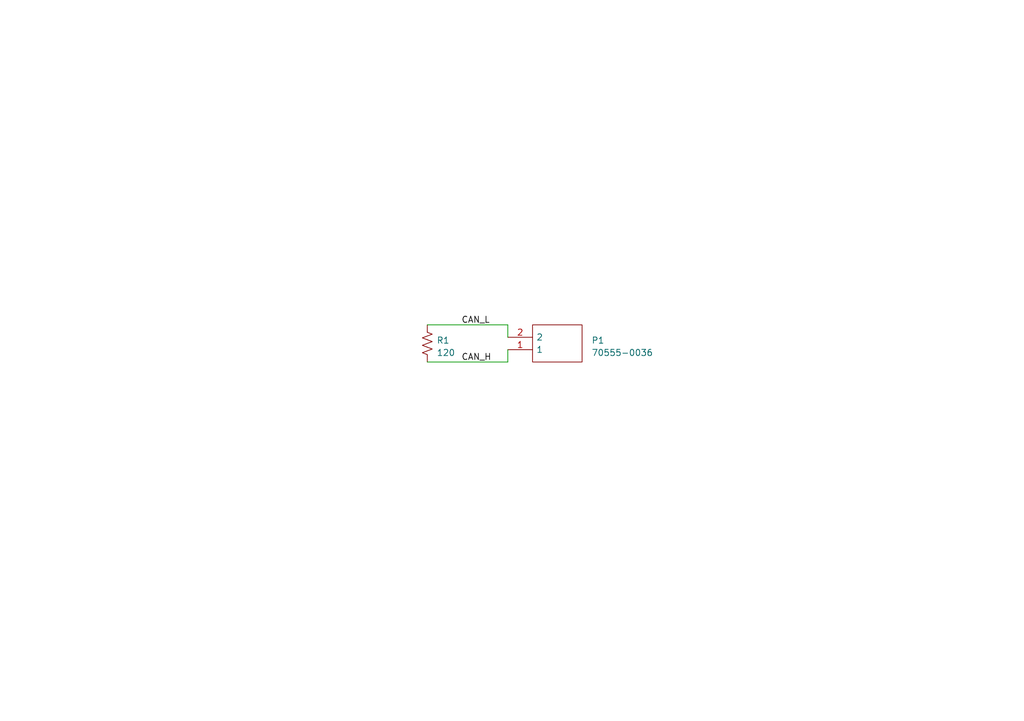
<source format=kicad_sch>
(kicad_sch (version 20230121) (generator eeschema)
  (paper "A5")
  (title_block (title "MAVterm - CAN Terminator") (date "2023-03-06") (rev "R1") (company "4272 Maverick Robotics"))
  (lib_symbols
    (symbol "Device:R_US" (pin_numbers hide) (pin_names (offset 0))
      (property "Reference" "R" (at 2.54 0 90))
      (property "Value" "R_US" (at -2.54 0 90))
      (symbol "R_US_0_1"
        (polyline (pts (xy 0 -2.286) (xy 0 -2.54)))
        (polyline (pts (xy 0 2.286) (xy 0 2.54)))
        (polyline (pts (xy 0 -0.762) (xy 1.016 -1.143) (xy 0 -1.524) (xy -1.016 -1.905) (xy 0 -2.286)))
        (polyline (pts (xy 0 0.762) (xy 1.016 0.381) (xy 0 0) (xy -1.016 -0.381) (xy 0 -0.762)))
        (polyline (pts (xy 0 2.286) (xy 1.016 1.905) (xy 0 1.524) (xy -1.016 1.143) (xy 0 0.762)))
      )
      (symbol "R_US_1_1"
        (pin passive line (at 0 3.81 270) (length 1.27) (name "~") (number "1"))
        (pin passive line (at 0 -3.81 90) (length 1.27) (name "~") (number "2"))
      )
    )
    (symbol "SamacSys_Parts:70555-0036" (pin_names (offset 0.762))
      (property "Reference" "J" (at 16.51 7.62 0))
      (property "Value" "70555-0036" (at 16.51 5.08 0))
      (symbol "70555-0036_0_0"
        (pin passive line (at 0 -2.54 0) (length 5.08) (name "1") (number "1"))
        (pin passive line (at 0 0 0) (length 5.08) (name "2") (number "2"))
      )
      (symbol "70555-0036_0_1"
        (polyline (pts (xy 5.08 2.54) (xy 15.24 2.54) (xy 15.24 -5.08) (xy 5.08 -5.08) (xy 5.08 2.54)) (stroke (width 0.1524)))
      )
    )
  )
  (wire (pts (xy 87.63 74.295) (xy 104.14 74.295)))
  (wire (pts (xy 104.14 71.755) (xy 104.14 74.295)))
  (wire (pts (xy 87.63 66.675) (xy 104.14 66.675)))
  (wire (pts (xy 104.14 69.215) (xy 104.14 66.675)))
  (label "CAN_L" (at 94.615 66.675 0))
  (label "CAN_H" (at 94.615 74.295 0))
  (symbol (lib_id "Device:R_US") (at 87.63 70.485 0) (unit 1)
    (property "Reference" "R1" (at 89.535 69.85 0) (effects (justify left)))
    (property "Value" "120" (at 89.535 72.39 0) (effects (justify left)))
    (property "Footprint" "Resistor_SMD:R_0805_2012Metric_Pad1.20x1.40mm_HandSolder" (effects hide))
  )
  (symbol (lib_id "SamacSys_Parts:70555-0036") (at 104.14 69.215 0) (unit 1)
    (property "Reference" "P1" (at 121.285 69.85 0) (effects (justify left)))
    (property "Value" "70555-0036" (at 121.285 72.39 0) (effects (justify left)))
    (property "Footprint" "Library Loader:705550036" (effects hide))
    (property "Datasheet" "https://www.molex.com/pdm_docs/sd/705550036_sd.pdf" (effects hide))
    (property "Description" "Molex, SL, 70555, 2 Way, 1 Row, Right Angle PCB Header" (effects hide))
    (property "Height" "7.25" (effects hide))
    (property "Mouser Part Number" "538-70555-0036" (effects hide))
    (property "Mouser Price/Stock" "https://www.mouser.co.uk/ProductDetail/Molex/70555-0036?qs=ldwB34exYZVDCpL3FFkZ3g%3D%3D" (effects hide))
    (property "Manufacturer_Name" "Molex" (effects hide))
    (property "Manufacturer_Part_Number" "70555-0036" (effects hide))
  )
)
</source>
